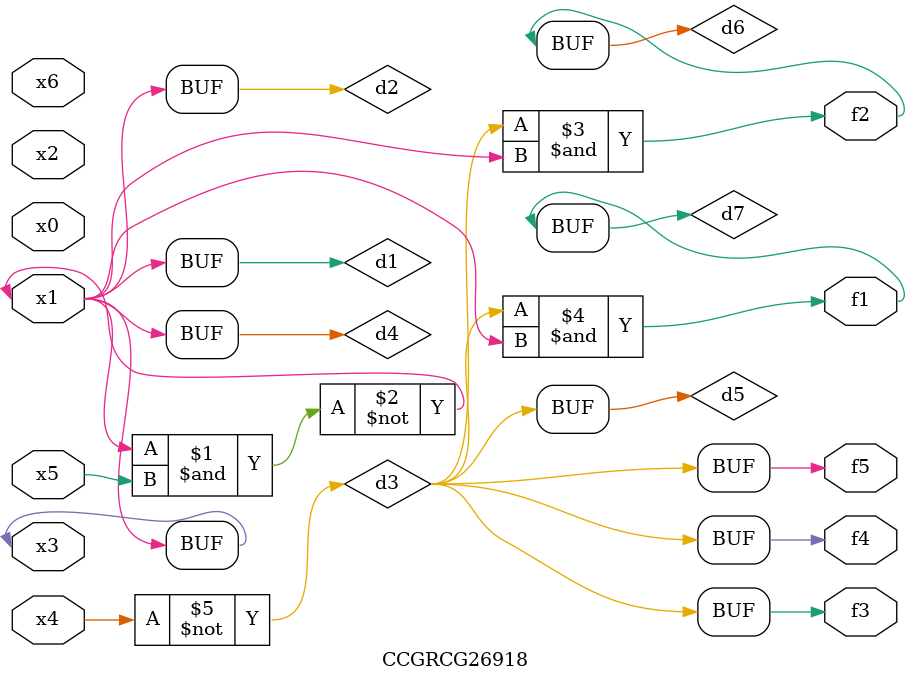
<source format=v>
module CCGRCG26918(
	input x0, x1, x2, x3, x4, x5, x6,
	output f1, f2, f3, f4, f5
);

	wire d1, d2, d3, d4, d5, d6, d7;

	buf (d1, x1, x3);
	nand (d2, x1, x5);
	not (d3, x4);
	buf (d4, d1, d2);
	buf (d5, d3);
	and (d6, d3, d4);
	and (d7, d3, d4);
	assign f1 = d7;
	assign f2 = d6;
	assign f3 = d5;
	assign f4 = d5;
	assign f5 = d5;
endmodule

</source>
